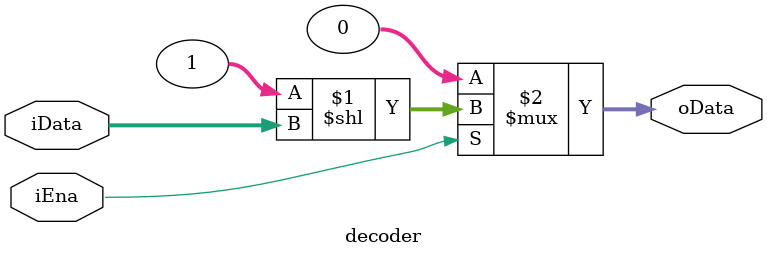
<source format=v>
`timescale 1ns / 1ps


module decoder(
    input [4:0] iData,
    input iEna,
    output [31:0] oData
);

    assign oData = (iEna ? (1 << iData) : 32'b0);
    
endmodule

</source>
